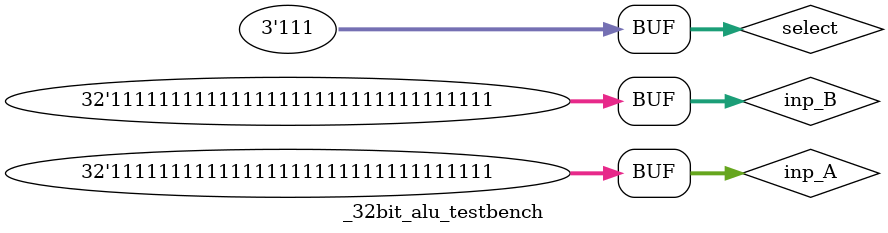
<source format=v>
`define DELAY 20
module _32bit_alu_testbench(); 
reg   [31:0] inp_A,inp_B;
reg   [2:0] select;
wire  [31:0]out;

_32bit_alu alu32(out,inp_A,inp_B,select);
initial begin
//////////////////ADDER/////////////////////////
inp_A=32'b00000000000000000000000000000000; inp_B=32'b00000000000000000000000000000000; select=3'b000;
#`DELAY;
inp_A=32'b00000000000000000000000000000000; inp_B=32'b11111111111111111111111111111111; select=3'b000;
#`DELAY;
inp_A=32'b11111111111111111111111111111111; inp_B=32'b00000000000000000000000000000000; select=3'b000;
#`DELAY;
inp_A=32'b11111111111111111111111111111111; inp_B=32'b11111111111111111111111111111111; select=3'b000;
#`DELAY;

//////////////////XOR/////////////////////////
inp_A=32'b00000000000000000000000000000000; inp_B=32'b00000000000000000000000000000000; select=3'b001;
#`DELAY;
inp_A=32'b00000000000000000000000000000000; inp_B=32'b11111111111111111111111111111111; select=3'b001;
#`DELAY;
inp_A=32'b11111111111111111111111111111111; inp_B=32'b00000000000000000000000000000000; select=3'b001;
#`DELAY;
inp_A=32'b11111111111111111111111111111111; inp_B=32'b11111111111111111111111111111111; select=3'b001;
#`DELAY;


//////////////////SUB/////////////////////////
inp_A=32'b00000000000000000000000000000000; inp_B=32'b00000000000000000000000000000000; select=3'b010;
#`DELAY;
inp_A=32'b00000000000000000000000000000000; inp_B=32'b11111111111111111111111111111111; select=3'b010;
#`DELAY;
inp_A=32'b11111111111111111111111111111111; inp_B=32'b00000000000000000000000000000000; select=3'b010;
#`DELAY;
inp_A=32'b11111111111111111111111111111111; inp_B=32'b11111111111111111111111111111111; select=3'b010;
#`DELAY;

//////////////////SLT/////////////////////////
inp_A=32'b00000000000000000000000000000000; inp_B=32'b00000000000000000000000000000000; select=3'b100;
#`DELAY;
inp_A=32'b00000000000000000000000000000000; inp_B=32'b11111111111111111111111111111111; select=3'b100;
#`DELAY;
inp_A=32'b11111111111111111111111111111111; inp_B=32'b00000000000000000000000000000000; select=3'b100;
#`DELAY;
inp_A=32'b11111111111111111111111111111111; inp_B=32'b11111111111111111111111111111111; select=3'b100;
#`DELAY;

//////////////////NOR/////////////////////////
inp_A=32'b00000000000000000000000000000000; inp_B=32'b00000000000000000000000000000000; select=3'b101;
#`DELAY;
inp_A=32'b00000000000000000000000000000000; inp_B=32'b11111111111111111111111111111111; select=3'b101;
#`DELAY;
inp_A=32'b11111111111111111111111111111111; inp_B=32'b00000000000000000000000000000000; select=3'b101;
#`DELAY;
inp_A=32'b11111111111111111111111111111111; inp_B=32'b11111111111111111111111111111111; select=3'b101;
#`DELAY;

//////////////////AND/////////////////////////
inp_A=32'b00000000000000000000000000000000; inp_B=32'b00000000000000000000000000000000; select=3'b110;
#`DELAY;
inp_A=32'b00000000000000000000000000000000; inp_B=32'b11111111111111111111111111111111; select=3'b110;
#`DELAY;
inp_A=32'b11111111111111111111111111111111; inp_B=32'b00000000000000000000000000000000; select=3'b110;
#`DELAY;
inp_A=32'b11111111111111111111111111111111; inp_B=32'b11111111111111111111111111111111; select=3'b110;
#`DELAY;

//////////////////OR/////////////////////////
inp_A=32'b00000000000000000000000000000000; inp_B=32'b00000000000000000000000000000000; select=3'b111;
#`DELAY;
inp_A=32'b00000000000000000000000000000000; inp_B=32'b11111111111111111111111111111111; select=3'b111;
#`DELAY;
inp_A=32'b11111111111111111111111111111111; inp_B=32'b00000000000000000000000000000000; select=3'b111;
#`DELAY;
inp_A=32'b11111111111111111111111111111111; inp_B=32'b11111111111111111111111111111111; select=3'b111;
#`DELAY;
end
 
 
initial
begin
$monitor("time = %2d, inp_A =%32b, inp_B=%32b, select=%3b, out=%32b", $time, inp_A, inp_B,select, out);
end
 
endmodule
</source>
